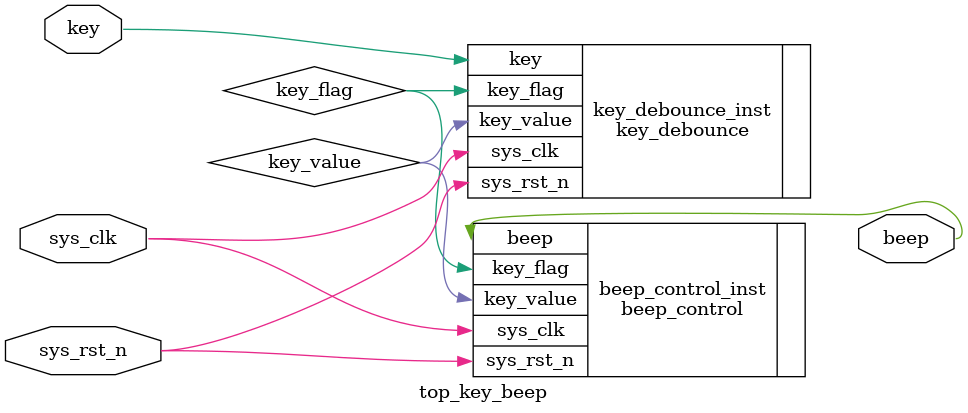
<source format=v>
module top_key_beep (
    input sys_clk,
    input sys_rst_n,
    input key,
    output beep
);

wire key_value; // Buffered key value
wire key_flag; // Key value flag

key_debounce key_debounce_inst (
    .sys_clk(sys_clk),
    .sys_rst_n(sys_rst_n),
    .key(key),
    .key_value(key_value),
    .key_flag(key_flag)
);
beep_control beep_control_inst (
    .sys_clk(sys_clk),
    .sys_rst_n(sys_rst_n),
    .key_value(key_value),
    .key_flag(key_flag),
    .beep(beep)
);
    
endmodule
</source>
